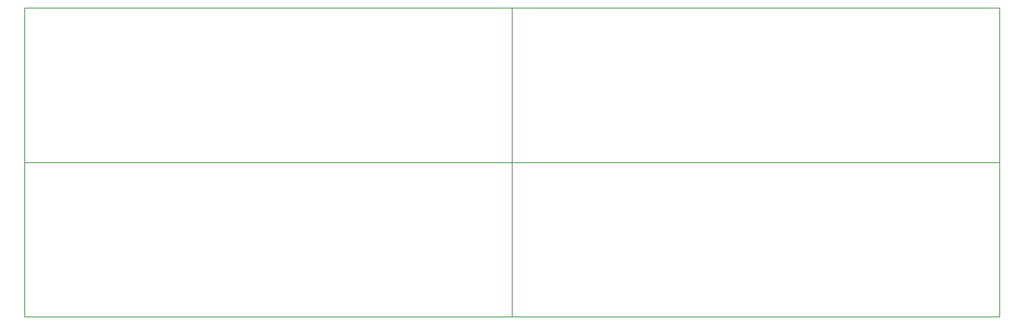
<source format=gm1>
G04*
G04 #@! TF.GenerationSoftware,Altium Limited,Altium Designer,21.6.4 (81)*
G04*
G04 Layer_Color=12040119*
%FSLAX25Y25*%
%MOIN*%
G70*
G04*
G04 #@! TF.SameCoordinates,3D6B76B5-807D-490A-A4E0-8169CAFFE717*
G04*
G04*
G04 #@! TF.FilePolarity,Positive*
G04*
G01*
G75*
%ADD49C,0.00500*%
G54D49*
X421260Y133858D02*
Y0D01*
X842520D02*
X421260D01*
X842520Y133858D02*
X421260D01*
X842520D02*
Y0D01*
X421260Y267717D02*
Y133858D01*
X842520D02*
X421260D01*
X842520Y267717D02*
X421260D01*
X842520D02*
Y133858D01*
X421260Y0D02*
Y133858D01*
X0D02*
X421260D01*
X0Y0D02*
X421260D01*
X0D02*
Y133858D01*
X421260D02*
Y267717D01*
X0D02*
X421260D01*
X0Y133858D02*
X421260D01*
X0D02*
Y267717D01*
M02*

</source>
